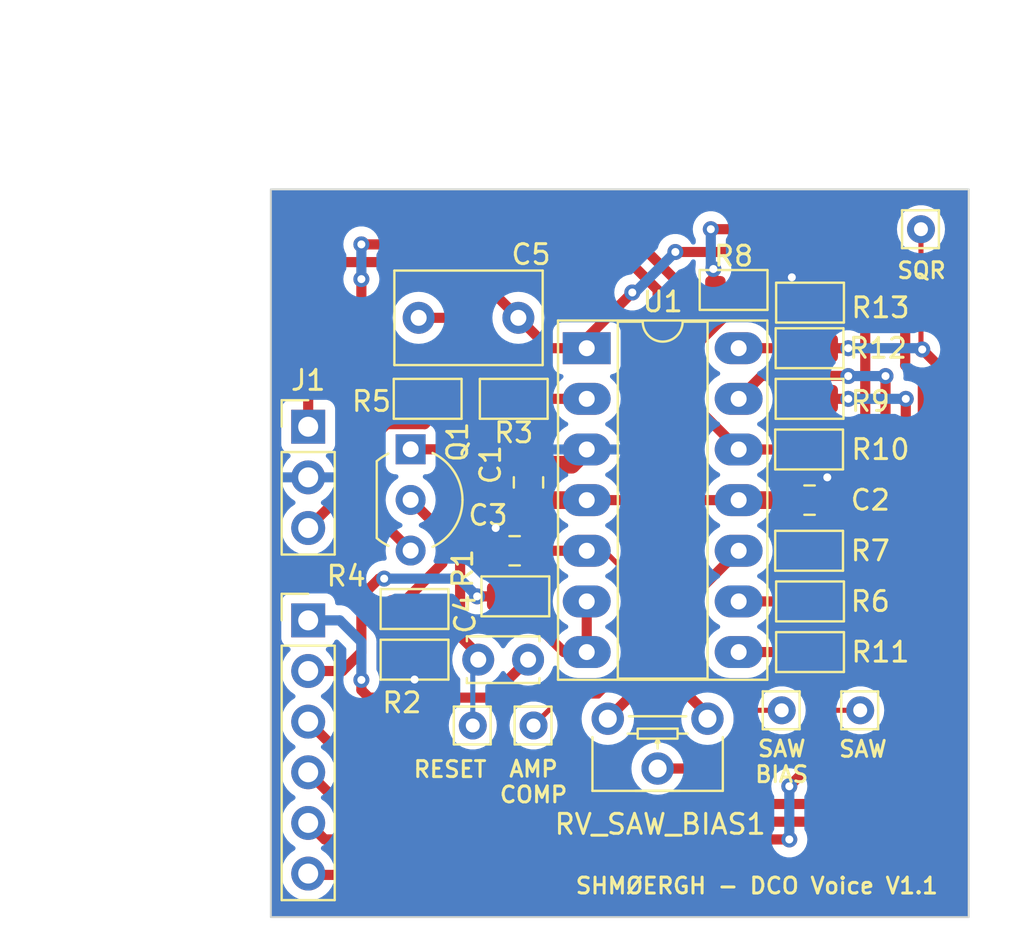
<source format=kicad_pcb>
(kicad_pcb (version 20221018) (generator pcbnew)
  (layers (0 "F.Cu" signal) (31 "B.Cu" signal) (34 "B.Paste" user) (35 "F.Paste" user) (36 "B.SilkS" user "B.Silkscreen") (37 "F.SilkS" user "F.Silkscreen") (38 "B.Mask" user) (39 "F.Mask" user) (44 "Edge.Cuts" user))
  (net 0 "")
  (net 1 "Net-(U1B-+)")
  (net 2 "GND")
  (net 3 "Net-(C4-Pad1)")
  (net 4 "RESET")
  (net 5 "Net-(U1C-+)")
  (net 6 "Net-(Q1-E)")
  (net 7 "+12V")
  (net 8 "-12V")
  (net 9 "SAW_OUT")
  (net 10 "SQR_OUT")
  (net 11 "PULSE_WIDTH")
  (net 12 "PWM")
  (net 13 "AMP")
  (net 14 "Net-(Q1-B)")
  (net 15 "Net-(Q1-C)")
  (net 16 "Net-(U1B--)")
  (net 17 "Net-(C5-Pad1)")
  (net 18 "Net-(U1D-+)")
  (net 19 "Net-(U1D--)")
  (net 20 "Net-(R12-Pad2)")
  (net 21 "Net-(U1C--)")
  (footprint "PCM_Resistor_SMD_AKL:R_0805_2012Metric" (layer "F.Cu") (at 151.9955 94.046)
    (fp_text reference "R10" (at 3.5795 0) (layer "F.SilkS"))
    (fp_text value "330k" hide)
    (fp_line (start -1.7 -1) (end -1.7 1) (stroke (width 0.12)) (layer "F.SilkS"))
    (fp_line (start -1.7 1) (end 1.7 1) (stroke (width 0.12)) (layer "F.SilkS"))
    (fp_line (start 1.7 -1) (end -1.7 -1) (stroke (width 0.12)) (layer "F.SilkS"))
    (fp_line (start 1.7 1) (end 1.7 -1) (stroke (width 0.12)) (layer "F.SilkS"))
    (pad "1" smd roundrect (at -0.9125 0) (size 1.025 1.4) (layers "F.Cu" "F.Paste" "F.Mask") (roundrect_rratio 0.243902439) (net 18 "Net-(U1D-+)"))
    (pad "2" smd roundrect (at 0.9125 0) (size 1.025 1.4) (layers "F.Cu" "F.Paste" "F.Mask") (roundrect_rratio 0.243902439) (net 2 "GND"))
  )
  (footprint "PCM_Potentiometer_THT_AKL:Potentiometer_ACP_CA6-H2,5_Horizontal" (layer "F.Cu") (at 146.899 107.548 -90)
    (fp_text reference "RV_SAW_BIAS1" (at 5.294 2.373) (layer "F.SilkS"))
    (fp_text value "10k fine" hide)
    (fp_line (start -0.121 1.066) (end -0.121 3.935) (stroke (width 0.12)) (layer "F.SilkS"))
    (fp_line (start -0.121 1.38) (end -0.121 3.62) (stroke (width 0.12)) (layer "F.SilkS"))
    (fp_line (start 0.75 1.5) (end 0.75 1) (stroke (width 0.12)) (layer "F.SilkS"))
    (fp_line (start 0.75 3.5) (end 0.75 4) (stroke (width 0.12)) (layer "F.SilkS"))
    (fp_line (start 0.925 -0.77) (end 3.62 -0.77) (stroke (width 0.12)) (layer "F.SilkS"))
    (fp_line (start 0.925 5.77) (end 3.62 5.77) (stroke (width 0.12)) (layer "F.SilkS"))
    (fp_line (start 1.5 2.5) (end 1 2.5) (stroke (width 0.12)) (layer "F.SilkS"))
    (fp_line (start 3.62 -0.77) (end 3.62 5.77) (stroke (width 0.12)) (layer "F.SilkS"))
    (fp_line (start 3.62 1.38) (end 3.62 3.62) (stroke (width 0.12)) (layer "F.SilkS"))
    (fp_rect (start 0.5 1.5) (end 1 3.5) (stroke (width 0.12)) (fill none) (layer "F.SilkS"))
    (fp_poly (pts (xy 1.2 2.6) (xy 1 2.5) (xy 1.2 2.4)) (stroke (width 0.12)) (fill solid) (layer "F.SilkS"))
    (pad "1" thru_hole circle (at 0 0 270) (size 1.62 1.62) (drill 0.9) (layers "*.Cu" "*.Mask") (net 8 "-12V"))
    (pad "2" thru_hole circle (at 2.5 2.5 270) (size 1.62 1.62) (drill 0.9) (layers "*.Cu" "*.Mask") (net 5 "Net-(U1C-+)"))
    (pad "3" thru_hole circle (at 0 5 270) (size 1.62 1.62) (drill 0.9) (layers "*.Cu" "*.Mask") (net 7 "+12V"))
  )
  (footprint "PCM_Package_TO_SOT_THT_AKL:TO-92L_Inline_Wide" (layer "F.Cu") (at 132.011 94.036 -90)
    (fp_text reference "Q1" (at -0.371 -2.355 90) (layer "F.SilkS"))
    (fp_text value "2N3906" hide)
    (fp_line (start 0.6 1.7) (end 4.45 1.7) (stroke (width 0.12)) (layer "F.SilkS"))
    (fp_arc (start 0.1836 -1.098807) (mid 1.143021 -2.192817) (end 2.54 -2.6) (stroke (width 0.12)) (layer "F.SilkS"))
    (fp_arc (start 0.6 1.7) (mid 0.389183 1.423933) (end 0.217369 1.122045) (stroke (width 0.12)) (layer "F.SilkS"))
    (fp_arc (start 2.54 -2.6) (mid 3.936979 -2.192818) (end 4.8964 -1.098807) (stroke (width 0.12)) (layer "F.SilkS"))
    (fp_arc (start 4.842383 1.112264) (mid 4.666594 1.419753) (end 4.45 1.7) (stroke (width 0.12)) (layer "F.SilkS"))
    (pad "1" thru_hole rect (at 0 0) (size 1.5 1.5) (drill 0.8) (layers "*.Cu" "*.Mask") (net 6 "Net-(Q1-E)"))
    (pad "2" thru_hole circle (at 2.54 0) (size 1.5 1.5) (drill 0.8) (layers "*.Cu" "*.Mask") (net 14 "Net-(Q1-B)"))
    (pad "3" thru_hole circle (at 5.08 0) (size 1.5 1.5) (drill 0.8) (layers "*.Cu" "*.Mask") (net 15 "Net-(Q1-C)"))
  )
  (footprint "Connector_Pin:Pin_D0.7mm_L6.5mm_W1.8mm_FlatFork" (layer "F.Cu") (at 154.559 107.127)
    (fp_text reference "TP_SAW_OUT1" hide)
    (fp_text value "TestPoint")
    (fp_line (start -0.95 -0.95) (end -0.95 0.95) (stroke (width 0.12)) (layer "F.SilkS"))
    (fp_line (start -0.95 0.95) (end 0.9 0.95) (stroke (width 0.12)) (layer "F.SilkS"))
    (fp_line (start 0.9 -0.95) (end -0.95 -0.95) (stroke (width 0.12)) (layer "F.SilkS"))
    (fp_line (start 0.9 -0.9) (end 0.9 -0.95) (stroke (width 0.12)) (layer "F.SilkS"))
    (fp_line (start 0.9 0.95) (end 0.9 -0.9) (stroke (width 0.12)) (layer "F.SilkS"))
    (pad "1" thru_hole circle (at 0 0) (size 1.4 1.4) (drill 0.7) (layers "*.Cu" "*.Mask") (net 9 "SAW_OUT"))
  )
  (footprint "PCM_Resistor_SMD_AKL:R_0805_2012Metric" (layer "F.Cu") (at 152.0425 101.666 180)
    (fp_text reference "R6" (at -3.0245 0) (layer "F.SilkS"))
    (fp_text value "100k" hide)
    (fp_line (start -1.7 -1) (end -1.7 1) (stroke (width 0.12)) (layer "F.SilkS"))
    (fp_line (start -1.7 1) (end 1.7 1) (stroke (width 0.12)) (layer "F.SilkS"))
    (fp_line (start 1.7 -1) (end -1.7 -1) (stroke (width 0.12)) (layer "F.SilkS"))
    (fp_line (start 1.7 1) (end 1.7 -1) (stroke (width 0.12)) (layer "F.SilkS"))
    (pad "1" smd roundrect (at -0.9125 0 180) (size 1.025 1.4) (layers "F.Cu" "F.Paste" "F.Mask") (roundrect_rratio 0.243902439) (net 17 "Net-(C5-Pad1)"))
    (pad "2" smd roundrect (at 0.9125 0 180) (size 1.025 1.4) (layers "F.Cu" "F.Paste" "F.Mask") (roundrect_rratio 0.243902439) (net 21 "Net-(U1C--)"))
  )
  (footprint "PCM_Resistor_SMD_AKL:R_0805_2012Metric" (layer "F.Cu") (at 152.0425 86.68 180)
    (fp_text reference "R13" (at -3.5325 -0.254) (layer "F.SilkS"))
    (fp_text value "10k" hide)
    (fp_line (start -1.7 -1) (end -1.7 1) (stroke (width 0.12)) (layer "F.SilkS"))
    (fp_line (start -1.7 1) (end 1.7 1) (stroke (width 0.12)) (layer "F.SilkS"))
    (fp_line (start 1.7 -1) (end -1.7 -1) (stroke (width 0.12)) (layer "F.SilkS"))
    (fp_line (start 1.7 1) (end 1.7 -1) (stroke (width 0.12)) (layer "F.SilkS"))
    (pad "1" smd roundrect (at -0.9125 0 180) (size 1.025 1.4) (layers "F.Cu" "F.Paste" "F.Mask") (roundrect_rratio 0.243902439) (net 10 "SQR_OUT"))
    (pad "2" smd roundrect (at 0.9125 0 180) (size 1.025 1.4) (layers "F.Cu" "F.Paste" "F.Mask") (roundrect_rratio 0.243902439) (net 2 "GND"))
  )
  (footprint "Capacitor_SMD:C_0805_2012Metric" (layer "F.Cu") (at 152.019 96.586 180)
    (fp_text reference "C2" (at -3.048 0) (layer "F.SilkS"))
    (fp_text value "100n")
    (fp_line (start -0.261252 -0.735) (end 0.261252 -0.735) (stroke (width 0.12)) (layer "F.SilkS"))
    (fp_line (start -0.261252 0.735) (end 0.261252 0.735) (stroke (width 0.12)) (layer "F.SilkS"))
    (pad "1" smd roundrect (at -0.95 0 180) (size 1 1.45) (layers "F.Cu" "F.Paste" "F.Mask") (net 2 "GND"))
    (pad "2" smd roundrect (at 0.95 0 180) (size 1 1.45) (layers "F.Cu" "F.Paste" "F.Mask") (net 8 "-12V"))
  )
  (footprint "PCM_Resistor_SMD_AKL:R_0805_2012Metric" (layer "F.Cu") (at 152.019 88.966 180)
    (fp_text reference "R12" (at -3.429 0) (layer "F.SilkS"))
    (fp_text value "15k" hide)
    (fp_line (start -1.7 -1) (end -1.7 1) (stroke (width 0.12)) (layer "F.SilkS"))
    (fp_line (start -1.7 1) (end 1.7 1) (stroke (width 0.12)) (layer "F.SilkS"))
    (fp_line (start 1.7 -1) (end -1.7 -1) (stroke (width 0.12)) (layer "F.SilkS"))
    (fp_line (start 1.7 1) (end 1.7 -1) (stroke (width 0.12)) (layer "F.SilkS"))
    (pad "1" smd roundrect (at -0.9125 0 180) (size 1.025 1.4) (layers "F.Cu" "F.Paste" "F.Mask") (roundrect_rratio 0.243902439) (net 10 "SQR_OUT"))
    (pad "2" smd roundrect (at 0.9125 0 180) (size 1.025 1.4) (layers "F.Cu" "F.Paste" "F.Mask") (roundrect_rratio 0.243902439) (net 20 "Net-(R12-Pad2)"))
  )
  (footprint "Capacitor_THT:C_Disc_D3.4mm_W2.1mm_P2.50mm" (layer "F.Cu") (at 135.402 104.587)
    (fp_text reference "C4" (at -0.655 -2.286 -90) (layer "F.SilkS"))
    (fp_text value "560")
    (fp_line (start -0.57 -1.17) (end -0.57 -0.925) (stroke (width 0.12)) (layer "F.SilkS"))
    (fp_line (start -0.57 -1.17) (end 3.07 -1.17) (stroke (width 0.12)) (layer "F.SilkS"))
    (fp_line (start -0.57 0.925) (end -0.57 1.17) (stroke (width 0.12)) (layer "F.SilkS"))
    (fp_line (start -0.57 1.17) (end 3.07 1.17) (stroke (width 0.12)) (layer "F.SilkS"))
    (fp_line (start 3.07 -1.17) (end 3.07 -0.925) (stroke (width 0.12)) (layer "F.SilkS"))
    (fp_line (start 3.07 0.925) (end 3.07 1.17) (stroke (width 0.12)) (layer "F.SilkS"))
    (pad "1" thru_hole circle (at 0 0) (size 1.6 1.6) (drill 0.8) (layers "*.Cu" "*.Mask") (net 3 "Net-(C4-Pad1)"))
    (pad "2" thru_hole circle (at 2.5 0) (size 1.6 1.6) (drill 0.8) (layers "*.Cu" "*.Mask") (net 4 "RESET"))
  )
  (footprint "Connector_Pin:Pin_D0.7mm_L6.5mm_W1.8mm_FlatFork" (layer "F.Cu") (at 135.128 107.889)
    (fp_text reference "TP_RESET1" hide)
    (fp_text value "TestPoint")
    (fp_line (start -0.95 -0.95) (end -0.95 0.95) (stroke (width 0.12)) (layer "F.SilkS"))
    (fp_line (start -0.95 0.95) (end 0.9 0.95) (stroke (width 0.12)) (layer "F.SilkS"))
    (fp_line (start 0.9 -0.95) (end -0.95 -0.95) (stroke (width 0.12)) (layer "F.SilkS"))
    (fp_line (start 0.9 -0.9) (end 0.9 -0.95) (stroke (width 0.12)) (layer "F.SilkS"))
    (fp_line (start 0.9 0.95) (end 0.9 -0.9) (stroke (width 0.12)) (layer "F.SilkS"))
    (pad "1" thru_hole circle (at 0 0) (size 1.4 1.4) (drill 0.7) (layers "*.Cu" "*.Mask") (net 3 "Net-(C4-Pad1)"))
  )
  (footprint "Capacitor_SMD:C_0805_2012Metric" (layer "F.Cu") (at 137.226 99.126 180)
    (fp_text reference "C3" (at 1.336 1.778) (layer "F.SilkS"))
    (fp_text value "100n")
    (fp_line (start -0.261252 -0.735) (end 0.261252 -0.735) (stroke (width 0.12)) (layer "F.SilkS"))
    (fp_line (start -0.261252 0.735) (end 0.261252 0.735) (stroke (width 0.12)) (layer "F.SilkS"))
    (pad "1" smd roundrect (at -0.95 0 180) (size 1 1.45) (layers "F.Cu" "F.Paste" "F.Mask") (net 1 "Net-(U1B-+)"))
    (pad "2" smd roundrect (at 0.95 0 180) (size 1 1.45) (layers "F.Cu" "F.Paste" "F.Mask") (net 2 "GND"))
  )
  (footprint "PCM_Resistor_SMD_AKL:R_0805_2012Metric" (layer "F.Cu") (at 137.1835 91.506 180)
    (fp_text reference "R3" (at 0 -1.7) (layer "F.SilkS"))
    (fp_text value "200k" hide)
    (fp_line (start -1.7 -1) (end -1.7 1) (stroke (width 0.12)) (layer "F.SilkS"))
    (fp_line (start -1.7 1) (end 1.7 1) (stroke (width 0.12)) (layer "F.SilkS"))
    (fp_line (start 1.7 -1) (end -1.7 -1) (stroke (width 0.12)) (layer "F.SilkS"))
    (fp_line (start 1.7 1) (end 1.7 -1) (stroke (width 0.12)) (layer "F.SilkS"))
    (pad "1" smd roundrect (at -0.9125 0 180) (size 1.025 1.4) (layers "F.Cu" "F.Paste" "F.Mask") (roundrect_rratio 0.243902439) (net 6 "Net-(Q1-E)"))
    (pad "2" smd roundrect (at 0.9125 0 180) (size 1.025 1.4) (layers "F.Cu" "F.Paste" "F.Mask") (roundrect_rratio 0.243902439) (net 16 "Net-(U1B--)"))
  )
  (footprint "PCM_Resistor_SMD_AKL:R_0805_2012Metric" (layer "F.Cu") (at 137.2635 101.412 180)
    (fp_text reference "R1" (at 2.6435 1.397 90) (layer "F.SilkS"))
    (fp_text value "4.7k" hide)
    (fp_line (start -1.7 -1) (end -1.7 1) (stroke (width 0.12)) (layer "F.SilkS"))
    (fp_line (start -1.7 1) (end 1.7 1) (stroke (width 0.12)) (layer "F.SilkS"))
    (fp_line (start 1.7 -1) (end -1.7 -1) (stroke (width 0.12)) (layer "F.SilkS"))
    (fp_line (start 1.7 1) (end 1.7 -1) (stroke (width 0.12)) (layer "F.SilkS"))
    (pad "1" smd roundrect (at -0.9125 0 180) (size 1.025 1.4) (layers "F.Cu" "F.Paste" "F.Mask") (roundrect_rratio 0.243902439) (net 1 "Net-(U1B-+)"))
    (pad "2" smd roundrect (at 0.9125 0 180) (size 1.025 1.4) (layers "F.Cu" "F.Paste" "F.Mask") (roundrect_rratio 0.243902439) (net 13 "AMP"))
  )
  (footprint "Capacitor_THT:C_Rect_L7.2mm_W4.5mm_P5.00mm_FKS2_FKP2_MKS2_MKP2" (layer "F.Cu") (at 137.414 87.442 180)
    (fp_text reference "C5" (at -0.635 3.175) (layer "F.SilkS"))
    (fp_text value "1n (foil)")
    (fp_line (start -1.22 -2.37) (end -1.22 2.37) (stroke (width 0.12)) (layer "F.SilkS"))
    (fp_line (start -1.22 -2.37) (end 6.22 -2.37) (stroke (width 0.12)) (layer "F.SilkS"))
    (fp_line (start -1.22 2.37) (end 6.22 2.37) (stroke (width 0.12)) (layer "F.SilkS"))
    (fp_line (start 6.22 -2.37) (end 6.22 2.37) (stroke (width 0.12)) (layer "F.SilkS"))
    (pad "1" thru_hole circle (at 0 0 180) (size 1.6 1.6) (drill 0.8) (layers "*.Cu" "*.Mask") (net 17 "Net-(C5-Pad1)"))
    (pad "2" thru_hole circle (at 5 0 180) (size 1.6 1.6) (drill 0.8) (layers "*.Cu" "*.Mask") (net 6 "Net-(Q1-E)"))
  )
  (footprint "PCM_Resistor_SMD_AKL:R_0805_2012Metric" (layer "F.Cu") (at 132.8655 91.506 180)
    (fp_text reference "R5" (at 2.8175 -0.127) (layer "F.SilkS"))
    (fp_text value "2.2k" hide)
    (fp_line (start -1.7 -1) (end -1.7 1) (stroke (width 0.12)) (layer "F.SilkS"))
    (fp_line (start -1.7 1) (end 1.7 1) (stroke (width 0.12)) (layer "F.SilkS"))
    (fp_line (start 1.7 -1) (end -1.7 -1) (stroke (width 0.12)) (layer "F.SilkS"))
    (fp_line (start 1.7 1) (end 1.7 -1) (stroke (width 0.12)) (layer "F.SilkS"))
    (pad "1" smd roundrect (at -0.9125 0 180) (size 1.025 1.4) (layers "F.Cu" "F.Paste" "F.Mask") (roundrect_rratio 0.243902439) (net 15 "Net-(Q1-C)"))
    (pad "2" smd roundrect (at 0.9125 0 180) (size 1.025 1.4) (layers "F.Cu" "F.Paste" "F.Mask") (roundrect_rratio 0.243902439) (net 17 "Net-(C5-Pad1)"))
  )
  (footprint "PCM_Resistor_SMD_AKL:R_0805_2012Metric" (layer "F.Cu") (at 132.207 104.587)
    (fp_text reference "R2" (at -0.635 2.159) (layer "F.SilkS"))
    (fp_text value "10k" hide)
    (fp_line (start -1.7 -1) (end -1.7 1) (stroke (width 0.12)) (layer "F.SilkS"))
    (fp_line (start -1.7 1) (end 1.7 1) (stroke (width 0.12)) (layer "F.SilkS"))
    (fp_line (start 1.7 -1) (end -1.7 -1) (stroke (width 0.12)) (layer "F.SilkS"))
    (fp_line (start 1.7 1) (end 1.7 -1) (stroke (width 0.12)) (layer "F.SilkS"))
    (pad "1" smd roundrect (at -0.9125 0) (size 1.025 1.4) (layers "F.Cu" "F.Paste" "F.Mask") (roundrect_rratio 0.243902439) (net 3 "Net-(C4-Pad1)"))
    (pad "2" smd roundrect (at 0.9125 0) (size 1.025 1.4) (layers "F.Cu" "F.Paste" "F.Mask") (roundrect_rratio 0.243902439) (net 2 "GND"))
  )
  (footprint "PCM_Resistor_SMD_AKL:R_0805_2012Metric" (layer "F.Cu") (at 148.209 86.045)
    (fp_text reference "R8" (at 0 -1.7) (layer "F.SilkS"))
    (fp_text value "470k" hide)
    (fp_line (start -1.7 -1) (end -1.7 1) (stroke (width 0.12)) (layer "F.SilkS"))
    (fp_line (start -1.7 1) (end 1.7 1) (stroke (width 0.12)) (layer "F.SilkS"))
    (fp_line (start 1.7 -1) (end -1.7 -1) (stroke (width 0.12)) (layer "F.SilkS"))
    (fp_line (start 1.7 1) (end 1.7 -1) (stroke (width 0.12)) (layer "F.SilkS"))
    (pad "1" smd roundrect (at -0.9125 0) (size 1.025 1.4) (layers "F.Cu" "F.Paste" "F.Mask") (roundrect_rratio 0.243902439) (net 12 "PWM"))
    (pad "2" smd roundrect (at 0.9125 0) (size 1.025 1.4) (layers "F.Cu" "F.Paste" "F.Mask") (roundrect_rratio 0.243902439) (net 18 "Net-(U1D-+)"))
  )
  (footprint "PCM_Resistor_SMD_AKL:R_0805_2012Metric" (layer "F.Cu") (at 151.9955 99.126)
    (fp_text reference "R7" (at 3.0715 0) (layer "F.SilkS"))
    (fp_text value "200k" hide)
    (fp_line (start -1.7 -1) (end -1.7 1) (stroke (width 0.12)) (layer "F.SilkS"))
    (fp_line (start -1.7 1) (end 1.7 1) (stroke (width 0.12)) (layer "F.SilkS"))
    (fp_line (start 1.7 -1) (end -1.7 -1) (stroke (width 0.12)) (layer "F.SilkS"))
    (fp_line (start 1.7 1) (end 1.7 -1) (stroke (width 0.12)) (layer "F.SilkS"))
    (pad "1" smd roundrect (at -0.9125 0) (size 1.025 1.4) (layers "F.Cu" "F.Paste" "F.Mask") (roundrect_rratio 0.243902439) (net 21 "Net-(U1C--)"))
    (pad "2" smd roundrect (at 0.9125 0) (size 1.025 1.4) (layers "F.Cu" "F.Paste" "F.Mask") (roundrect_rratio 0.243902439) (net 9 "SAW_OUT"))
  )
  (footprint "Connector_Pin:Pin_D0.7mm_L6.5mm_W1.8mm_FlatFork" (layer "F.Cu") (at 150.622 107.127)
    (fp_text reference "TP_SAW_BIAS1" hide)
    (fp_text value "TestPoint")
    (fp_line (start -0.95 -0.95) (end -0.95 0.95) (stroke (width 0.12)) (layer "F.SilkS"))
    (fp_line (start -0.95 0.95) (end 0.9 0.95) (stroke (width 0.12)) (layer "F.SilkS"))
    (fp_line (start 0.9 -0.95) (end -0.95 -0.95) (stroke (width 0.12)) (layer "F.SilkS"))
    (fp_line (start 0.9 -0.9) (end 0.9 -0.95) (stroke (width 0.12)) (layer "F.SilkS"))
    (fp_line (start 0.9 0.95) (end 0.9 -0.9) (stroke (width 0.12)) (layer "F.SilkS"))
    (pad "1" thru_hole circle (at 0 0) (size 1.4 1.4) (drill 0.7) (layers "*.Cu" "*.Mask") (net 5 "Net-(U1C-+)"))
  )
  (footprint "Package_DIP:DIP-14_W7.62mm_Socket_LongPads" (layer "F.Cu") (at 140.843 88.966)
    (fp_text reference "U1" (at 3.81 -2.33) (layer "F.SilkS"))
    (fp_text value "TL074")
    (fp_line (start -1.44 -1.39) (end -1.44 16.63) (stroke (width 0.12)) (layer "F.SilkS"))
    (fp_line (start -1.44 16.63) (end 9.06 16.63) (stroke (width 0.12)) (layer "F.SilkS"))
    (fp_line (start 1.56 -1.33) (end 1.56 16.57) (stroke (width 0.12)) (layer "F.SilkS"))
    (fp_line (start 1.56 16.57) (end 6.06 16.57) (stroke (width 0.12)) (layer "F.SilkS"))
    (fp_line (start 2.81 -1.33) (end 1.56 -1.33) (stroke (width 0.12)) (layer "F.SilkS"))
    (fp_line (start 6.06 -1.33) (end 4.81 -1.33) (stroke (width 0.12)) (layer "F.SilkS"))
    (fp_line (start 6.06 16.57) (end 6.06 -1.33) (stroke (width 0.12)) (layer "F.SilkS"))
    (fp_line (start 9.06 -1.39) (end -1.44 -1.39) (stroke (width 0.12)) (layer "F.SilkS"))
    (fp_line (start 9.06 16.63) (end 9.06 -1.39) (stroke (width 0.12)) (layer "F.SilkS"))
    (fp_arc (start 4.81 -1.33) (mid 3.81 -0.33) (end 2.81 -1.33) (stroke (width 0.12)) (layer "F.SilkS"))
    (pad "1" thru_hole rect (at 0 0) (size 2.4 1.6) (drill 0.8) (layers "*.Cu" "*.Mask") (net 17 "Net-(C5-Pad1)"))
    (pad "2" thru_hole oval (at 0 2.54) (size 2.4 1.6) (drill 0.8) (layers "*.Cu" "*.Mask") (net 6 "Net-(Q1-E)"))
    (pad "3" thru_hole oval (at 0 5.08) (size 2.4 1.6) (drill 0.8) (layers "*.Cu" "*.Mask") (net 2 "GND"))
    (pad "4" thru_hole oval (at 0 7.62) (size 2.4 1.6) (drill 0.8) (layers "*.Cu" "*.Mask") (net 7 "+12V"))
    (pad "5" thru_hole oval (at 0 10.16) (size 2.4 1.6) (drill 0.8) (layers "*.Cu" "*.Mask") (net 1 "Net-(U1B-+)"))
    (pad "6" thru_hole oval (at 0 12.7) (size 2.4 1.6) (drill 0.8) (layers "*.Cu" "*.Mask") (net 16 "Net-(U1B--)"))
    (pad "7" thru_hole oval (at 0 15.24) (size 2.4 1.6) (drill 0.8) (layers "*.Cu" "*.Mask") (net 16 "Net-(U1B--)"))
    (pad "8" thru_hole oval (at 7.62 15.24) (size 2.4 1.6) (drill 0.8) (layers "*.Cu" "*.Mask") (net 9 "SAW_OUT"))
    (pad "9" thru_hole oval (at 7.62 12.7) (size 2.4 1.6) (drill 0.8) (layers "*.Cu" "*.Mask") (net 21 "Net-(U1C--)"))
    (pad "10" thru_hole oval (at 7.62 10.16) (size 2.4 1.6) (drill 0.8) (layers "*.Cu" "*.Mask") (net 5 "Net-(U1C-+)"))
    (pad "11" thru_hole oval (at 7.62 7.62) (size 2.4 1.6) (drill 0.8) (layers "*.Cu" "*.Mask") (net 8 "-12V"))
    (pad "12" thru_hole oval (at 7.62 5.08) (size 2.4 1.6) (drill 0.8) (layers "*.Cu" "*.Mask") (net 18 "Net-(U1D-+)"))
    (pad "13" thru_hole oval (at 7.62 2.54) (size 2.4 1.6) (drill 0.8) (layers "*.Cu" "*.Mask") (net 19 "Net-(U1D--)"))
    (pad "14" thru_hole oval (at 7.62 0) (size 2.4 1.6) (drill 0.8) (layers "*.Cu" "*.Mask") (net 20 "Net-(R12-Pad2)"))
  )
  (footprint "PCM_Resistor_SMD_AKL:R_0805_2012Metric" (layer "F.Cu") (at 132.207 102.047)
    (fp_text reference "R4" (at -3.429 -1.651) (layer "F.SilkS"))
    (fp_text value "1k" hide)
    (fp_line (start -1.7 -1) (end -1.7 1) (stroke (width 0.12)) (layer "F.SilkS"))
    (fp_line (start -1.7 1) (end 1.7 1) (stroke (width 0.12)) (layer "F.SilkS"))
    (fp_line (start 1.7 -1) (end -1.7 -1) (stroke (width 0.12)) (layer "F.SilkS"))
    (fp_line (start 1.7 1) (end 1.7 -1) (stroke (width 0.12)) (layer "F.SilkS"))
    (pad "1" smd roundrect (at -0.9125 0) (size 1.025 1.4) (layers "F.Cu" "F.Paste" "F.Mask") (roundrect_rratio 0.243902439) (net 14 "Net-(Q1-B)"))
    (pad "2" smd roundrect (at 0.9125 0) (size 1.025 1.4) (layers "F.Cu" "F.Paste" "F.Mask") (roundrect_rratio 0.243902439) (net 3 "Net-(C4-Pad1)"))
  )
  (footprint "Connector_Pin:Pin_D0.7mm_L6.5mm_W1.8mm_FlatFork" (layer "F.Cu") (at 157.607 82.997)
    (fp_text reference "TP_SQR_OUT1" hide)
    (fp_text value "TestPoint")
    (fp_line (start -0.95 -0.95) (end -0.95 0.95) (stroke (width 0.12)) (layer "F.SilkS"))
    (fp_line (start -0.95 0.95) (end 0.9 0.95) (stroke (width 0.12)) (layer "F.SilkS"))
    (fp_line (start 0.9 -0.95) (end -0.95 -0.95) (stroke (width 0.12)) (layer "F.SilkS"))
    (fp_line (start 0.9 -0.9) (end 0.9 -0.95) (stroke (width 0.12)) (layer "F.SilkS"))
    (fp_line (start 0.9 0.95) (end 0.9 -0.9) (stroke (width 0.12)) (layer "F.SilkS"))
    (pad "1" thru_hole circle (at 0 0) (size 1.4 1.4) (drill 0.7) (layers "*.Cu" "*.Mask") (net 10 "SQR_OUT"))
  )
  (footprint "Connector_PinHeader_2.54mm:PinHeader_1x06_P2.54mm_Vertical" (layer "F.Cu") (at 126.873 102.616)
    (fp_text reference "J_VOICE_INTERFACE_1" hide)
    (fp_text value "Conn_01x06")
    (fp_line (start -1.33 -1.33) (end 0 -1.33) (stroke (width 0.12)) (layer "F.SilkS"))
    (fp_line (start -1.33 0) (end -1.33 -1.33) (stroke (width 0.12)) (layer "F.SilkS"))
    (fp_line (start -1.33 1.27) (end -1.33 14.03) (stroke (width 0.12)) (layer "F.SilkS"))
    (fp_line (start -1.33 1.27) (end 1.33 1.27) (stroke (width 0.12)) (layer "F.SilkS"))
    (fp_line (start -1.33 14.03) (end 1.33 14.03) (stroke (width 0.12)) (layer "F.SilkS"))
    (fp_line (start 1.33 1.27) (end 1.33 14.03) (stroke (width 0.12)) (layer "F.SilkS"))
    (pad "1" thru_hole rect (at 0 0) (size 1.7 1.7) (drill 1) (layers "*.Cu" "*.Mask") (net 4 "RESET"))
    (pad "2" thru_hole oval (at 0 2.54) (size 1.7 1.7) (drill 1) (layers "*.Cu" "*.Mask") (net 13 "AMP"))
    (pad "3" thru_hole oval (at 0 5.08) (size 1.7 1.7) (drill 1) (layers "*.Cu" "*.Mask") (net 11 "PULSE_WIDTH"))
    (pad "4" thru_hole oval (at 0 7.62) (size 1.7 1.7) (drill 1) (layers "*.Cu" "*.Mask") (net 12 "PWM"))
    (pad "5" thru_hole oval (at 0 10.16) (size 1.7 1.7) (drill 1) (layers "*.Cu" "*.Mask") (net 9 "SAW_OUT"))
    (pad "6" thru_hole oval (at 0 12.7) (size 1.7 1.7) (drill 1) (layers "*.Cu" "*.Mask") (net 10 "SQR_OUT"))
  )
  (footprint "Capacitor_SMD:C_0805_2012Metric" (layer "F.Cu") (at 137.922 95.697 90)
    (fp_text reference "C1" (at 0.889 -1.905 90) (layer "F.SilkS"))
    (fp_text value "100n")
    (fp_line (start -0.261252 -0.735) (end 0.261252 -0.735) (stroke (width 0.12)) (layer "F.SilkS"))
    (fp_line (start -0.261252 0.735) (end 0.261252 0.735) (stroke (width 0.12)) (layer "F.SilkS"))
    (pad "1" smd roundrect (at -0.95 0 90) (size 1 1.45) (layers "F.Cu" "F.Paste" "F.Mask") (net 7 "+12V"))
    (pad "2" smd roundrect (at 0.95 0 90) (size 1 1.45) (layers "F.Cu" "F.Paste" "F.Mask") (net 2 "GND"))
  )
  (footprint "PCM_Resistor_SMD_AKL:R_0805_2012Metric" (layer "F.Cu") (at 152.019 91.506 180)
    (fp_text reference "R9" (at -3.048 -0.127) (layer "F.SilkS"))
    (fp_text value "470k" hide)
    (fp_line (start -1.7 -1) (end -1.7 1) (stroke (width 0.12)) (layer "F.SilkS"))
    (fp_line (start -1.7 1) (end 1.7 1) (stroke (width 0.12)) (layer "F.SilkS"))
    (fp_line (start 1.7 -1) (end -1.7 -1) (stroke (width 0.12)) (layer "F.SilkS"))
    (fp_line (start 1.7 1) (end 1.7 -1) (stroke (width 0.12)) (layer "F.SilkS"))
    (pad "1" smd roundrect (at -0.9125 0 180) (size 1.025 1.4) (layers "F.Cu" "F.Paste" "F.Mask") (roundrect_rratio 0.243902439) (net 11 "PULSE_WIDTH"))
    (pad "2" smd roundrect (at 0.9125 0 180) (size 1.025 1.4) (layers "F.Cu" "F.Paste" "F.Mask") (roundrect_rratio 0.243902439) (net 18 "Net-(U1D-+)"))
  )
  (footprint "PCM_Resistor_SMD_AKL:R_0805_2012Metric" (layer "F.Cu") (at 152.0425 104.206 180)
    (fp_text reference "R11" (at -3.5325 0) (layer "F.SilkS"))
    (fp_text value "100k" hide)
    (fp_line (start -1.7 -1) (end -1.7 1) (stroke (width 0.12)) (layer "F.SilkS"))
    (fp_line (start -1.7 1) (end 1.7 1) (stroke (width 0.12)) (layer "F.SilkS"))
    (fp_line (start 1.7 -1) (end -1.7 -1) (stroke (width 0.12)) (layer "F.SilkS"))
    (fp_line (start 1.7 1) (end 1.7 -1) (stroke (width 0.12)) (layer "F.SilkS"))
    (pad "1" smd roundrect (at -0.9125 0 180) (size 1.025 1.4) (layers "F.Cu" "F.Paste" "F.Mask") (roundrect_rratio 0.243902439) (net 19 "Net-(U1D--)"))
    (pad "2" smd roundrect (at 0.9125 0 180) (size 1.025 1.4) (layers "F.Cu" "F.Paste" "F.Mask") (roundrect_rratio 0.243902439) (net 9 "SAW_OUT"))
  )
  (footprint "Connector_PinHeader_2.54mm:PinHeader_1x03_P2.54mm_Vertical" (layer "F.Cu") (at 126.873 92.904036)
    (fp_text reference "J1" (at 0 -2.33) (layer "F.SilkS"))
    (fp_text value "Power")
    (fp_line (start -1.33 -1.33) (end 0 -1.33) (stroke (width 0.12)) (layer "F.SilkS"))
    (fp_line (start -1.33 0) (end -1.33 -1.33) (stroke (width 0.12)) (layer "F.SilkS"))
    (fp_line (start -1.33 1.27) (end -1.33 6.41) (stroke (width 0.12)) (layer "F.SilkS"))
    (fp_line (start -1.33 1.27) (end 1.33 1.27) (stroke (width 0.12)) (layer "F.SilkS"))
    (fp_line (start -1.33 6.41) (end 1.33 6.41) (stroke (width 0.12)) (layer "F.SilkS"))
    (fp_line (start 1.33 1.27) (end 1.33 6.41) (stroke (width 0.12)) (layer "F.SilkS"))
    (pad "1" thru_hole rect (at 0 0) (size 1.7 1.7) (drill 1) (layers "*.Cu" "*.Mask") (net 7 "+12V"))
    (pad "2" thru_hole oval (at 0 2.54) (size 1.7 1.7) (drill 1) (layers "*.Cu" "*.Mask") (net 2 "GND"))
    (pad "3" thru_hole oval (at 0 5.08) (size 1.7 1.7) (drill 1) (layers "*.Cu" "*.Mask") (net 8 "-12V"))
  )
  (footprint "Connector_Pin:Pin_D0.7mm_L6.5mm_W1.8mm_FlatFork" (layer "F.Cu") (at 138.176 107.889)
    (fp_text reference "TP_AMP_COMP1" hide)
    (fp_text value "TestPoint")
    (fp_line (start -0.95 -0.95) (end -0.95 0.95) (stroke (width 0.12)) (layer "F.SilkS"))
    (fp_line (start -0.95 0.95) (end 0.9 0.95) (stroke (width 0.12)) (layer "F.SilkS"))
    (fp_line (start 0.9 -0.95) (end -0.95 -0.95) (stroke (width 0.12)) (layer "F.SilkS"))
    (fp_line (start 0.9 -0.9) (end 0.9 -0.95) (stroke (width 0.12)) (layer "F.SilkS"))
    (fp_line (start 0.9 0.95) (end 0.9 -0.9) (stroke (width 0.12)) (layer "F.SilkS"))
    (pad "1" thru_hole circle (at 0 0) (size 1.4 1.4) (drill 0.7) (layers "*.Cu" "*.Mask") (net 1 "Net-(U1B-+)"))
  )
  (gr_rect (start 125 81) (end 160 117.5) (stroke (width 0.1)) (fill none) (layer "Edge.Cuts"))
  (gr_text "SAW\nBIAS" (at 150.622 110.81) (layer "F.SilkS") (effects (font (size 0.8 0.8)) (justify bottom)))
  (gr_text "RESET" (at 132.08 110.556) (layer "F.SilkS") (effects (font (size 0.8 0.8)) (justify left bottom)))
  (gr_text "SHMØERGH - DCO Voice V1.1" (at 140.208 116.398) (layer "F.SilkS") (effects (font (size 0.8 0.8) (thickness 0.15) bold) (justify left bottom)))
  (gr_text "SQR" (at 156.337 85.537) (layer "F.SilkS") (effects (font (size 0.8 0.8)) (justify left bottom)))
  (gr_text "SAW" (at 153.416 109.54) (layer "F.SilkS") (effects (font (size 0.8 0.8)) (justify left bottom)))
  (gr_text "AMP\nCOMP" (at 138.176 111.826) (layer "F.SilkS") (effects (font (size 0.8 0.8)) (justify bottom)))
  (segment (start 139.654 106.411) (end 141.432 106.411) (width 0.254) (layer "F.Cu") (net 1))
  (segment (start 138.176 101.412) (end 138.176 99.126) (width 0.508) (layer "F.Cu") (net 1))
  (segment (start 141.732 99.126) (end 140.843 99.126) (width 0.254) (layer "F.Cu") (net 1))
  (segment (start 143.256 104.587) (end 143.256 100.65) (width 0.254) (layer "F.Cu") (net 1))
  (segment (start 140.843 99.126) (end 138.176 99.126) (width 0.508) (layer "F.Cu") (net 1))
  (segment (start 143.256 100.65) (end 141.732 99.126) (width 0.254) (layer "F.Cu") (net 1))
  (segment (start 141.432 106.411) (end 143.256 104.587) (width 0.254) (layer "F.Cu") (net 1))
  (segment (start 138.176 107.889) (end 139.654 106.411) (width 0.254) (layer "F.Cu") (net 1))
  (segment (start 151.13 86.68) (end 151.13 85.41) (width 0.508) (layer "F.Cu") (net 2))
  (segment (start 137.983 94.808) (end 137.922 94.747) (width 0.889) (layer "F.Cu") (net 2))
  (segment (start 136.276 97.983) (end 136.276 99.126) (width 0.508) (layer "F.Cu") (net 2))
  (segment (start 133.1195 104.587) (end 133.1195 104.671322) (width 0.508) (layer "F.Cu") (net 2))
  (segment (start 140.843 94.046) (end 140.081 94.808) (width 0.889) (layer "F.Cu") (net 2))
  (segment (start 152.969 95.504) (end 152.969 96.586) (width 0.889) (layer "F.Cu") (net 2))
  (segment (start 152.908 95.443) (end 152.908 94.046) (width 0.508) (layer "F.Cu") (net 2))
  (segment (start 152.908 95.443) (end 152.969 95.504) (width 0.889) (layer "F.Cu") (net 2))
  (segment (start 140.081 94.808) (end 137.983 94.808) (width 0.889) (layer "F.Cu") (net 2))
  (segment (start 133.1195 104.671322) (end 132.207663 105.583159) (width 0.508) (layer "F.Cu") (net 2))
  (via (at 151.13 85.41) (size 0.8) (drill 0.4) (layers "F.Cu" "B.Cu") (net 2))
  (via (at 136.276 97.983) (size 0.8) (drill 0.4) (layers "F.Cu" "B.Cu") (net 2))
  (via (at 132.207663 105.583159) (size 0.8) (drill 0.4) (layers "F.Cu" "B.Cu") (net 2))
  (via (at 152.908 95.443) (size 0.8) (drill 0.4) (layers "F.Cu" "B.Cu") (net 2))
  (segment (start 131.2945 104.587) (end 131.2945 103.872) (width 0.508) (layer "F.Cu") (net 3))
  (segment (start 135.402 104.3295) (end 133.1195 102.047) (width 0.508) (layer "F.Cu") (net 3))
  (segment (start 131.2945 103.872) (end 133.1195 102.047) (width 0.508) (layer "F.Cu") (net 3))
  (segment (start 135.402 104.587) (end 135.402 104.3295) (width 0.508) (layer "F.Cu") (net 3))
  (segment (start 135.128 107.889) (end 135.128 104.861) (width 0.254) (layer "B.Cu") (net 3))
  (segment (start 135.128 104.861) (end 135.402 104.587) (width 0.254) (layer "B.Cu") (net 3))
  (segment (start 129.921 106.492) (end 129.54 106.111) (width 0.508) (layer "F.Cu") (net 4))
  (segment (start 129.54 106.111) (end 129.54 105.603) (width 0.508) (layer "F.Cu") (net 4))
  (segment (start 135.997 106.492) (end 129.921 106.492) (width 0.508) (layer "F.Cu") (net 4))
  (segment (start 137.902 104.587) (end 135.997 106.492) (width 0.508) (layer "F.Cu") (net 4))
  (via (at 129.54 105.603) (size 0.8) (drill 0.4) (layers "F.Cu" "B.Cu") (net 4))
  (segment (start 129.54 105.603) (end 129.54 103.698) (width 0.508) (layer "B.Cu") (net 4))
  (segment (start 128.458 102.616) (end 126.873 102.616) (width 0.508) (layer "B.Cu") (net 4))
  (segment (start 129.54 103.698) (end 128.458 102.616) (width 0.508) (layer "B.Cu") (net 4))
  (segment (start 150.622 107.127) (end 148.59 107.127) (width 0.254) (layer "F.Cu") (net 5))
  (segment (start 148.59 107.127) (end 148.463 107.254) (width 0.254) (layer "F.Cu") (net 5))
  (segment (start 146.431 101.158) (end 146.431 104.841) (width 0.508) (layer "F.Cu") (net 5))
  (segment (start 148.463 106.873) (end 148.463 107.254) (width 0.508) (layer "F.Cu") (net 5))
  (segment (start 148.463 99.126) (end 146.431 101.158) (width 0.508) (layer "F.Cu") (net 5))
  (segment (start 146.431 104.841) (end 148.463 106.873) (width 0.508) (layer "F.Cu") (net 5))
  (segment (start 147.701 110.048) (end 144.399 110.048) (width 0.508) (layer "F.Cu") (net 5))
  (segment (start 148.463 109.286) (end 147.701 110.048) (width 0.508) (layer "F.Cu") (net 5))
  (segment (start 148.463 107.254) (end 148.463 109.286) (width 0.508) (layer "F.Cu") (net 5))
  (segment (start 133.36 94.036) (end 135.001 92.395) (width 0.508) (layer "F.Cu") (net 6))
  (segment (start 134.032 87.442) (end 132.414 87.442) (width 0.508) (layer "F.Cu") (net 6))
  (segment (start 132.011 94.036) (end 133.36 94.036) (width 0.508) (layer "F.Cu") (net 6))
  (segment (start 140.843 91.506) (end 138.096 91.506) (width 0.508) (layer "F.Cu") (net 6))
  (segment (start 135.001 90.109) (end 135.85 89.26) (width 0.508) (layer "F.Cu") (net 6))
  (segment (start 135.85 89.26) (end 134.032 87.442) (width 0.508) (layer "F.Cu") (net 6))
  (segment (start 135.001 92.395) (end 135.001 90.109) (width 0.508) (layer "F.Cu") (net 6))
  (segment (start 138.096 91.506) (end 135.85 89.26) (width 0.508) (layer "F.Cu") (net 6))
  (segment (start 143.002 84.648) (end 144.399 86.045) (width 0.508) (layer "F.Cu") (net 7))
  (segment (start 140.843 96.586) (end 144.399 96.586) (width 0.508) (layer "F.Cu") (net 7))
  (segment (start 137.983 96.586) (end 137.922 96.647) (width 0.889) (layer "F.Cu") (net 7))
  (segment (start 140.843 96.586) (end 137.983 96.586) (width 0.889) (layer "F.Cu") (net 7))
  (segment (start 144.399 86.045) (end 144.399 105.048) (width 0.508) (layer "F.Cu") (net 7))
  (segment (start 126.873 85.791) (end 128.016 84.648) (width 0.508) (layer "F.Cu") (net 7))
  (segment (start 126.873 92.904036) (end 126.873 85.791) (width 0.508) (layer "F.Cu") (net 7))
  (segment (start 144.399 105.048) (end 141.899 107.548) (width 0.508) (layer "F.Cu") (net 7))
  (segment (start 128.016 84.648) (end 143.002 84.648) (width 0.508) (layer "F.Cu") (net 7))
  (segment (start 148.463 96.586) (end 151.069 96.586) (width 0.889) (layer "F.Cu") (net 8))
  (segment (start 146.899 107.548) (end 146.899 107.341) (width 0.508) (layer "F.Cu") (net 8))
  (segment (start 143.51 83.759) (end 145.415 85.664) (width 0.508) (layer "F.Cu") (net 8))
  (segment (start 129.54 95.317036) (end 126.873 97.984036) (width 0.508) (layer "F.Cu") (net 8))
  (segment (start 145.415 85.664) (end 145.415 96.586) (width 0.508) (layer "F.Cu") (net 8))
  (segment (start 129.54 83.759) (end 143.51 83.759) (width 0.508) (layer "F.Cu") (net 8))
  (segment (start 146.899 107.341) (end 145.415 105.857) (width 0.508) (layer "F.Cu") (net 8))
  (segment (start 129.54 85.5015) (end 129.54 95.317036) (width 0.508) (layer "F.Cu") (net 8))
  (segment (start 145.415 105.857) (end 145.415 96.586) (width 0.508) (layer "F.Cu") (net 8))
  (segment (start 148.463 96.586) (end 145.415 96.586) (width 0.508) (layer "F.Cu") (net 8))
  (via (at 129.54 85.5015) (size 0.8) (drill 0.4) (layers "F.Cu" "B.Cu") (net 8))
  (via (at 129.54 83.759) (size 0.8) (drill 0.4) (layers "F.Cu" "B.Cu") (net 8))
  (segment (start 129.54 83.759) (end 129.54 85.5015) (width 0.508) (layer "B.Cu") (net 8))
  (segment (start 152.527 109.413) (end 152.527 107.127) (width 0.508) (layer "F.Cu") (net 9))
  (segment (start 151.003 113.604) (end 127.701 113.604) (width 0.508) (layer "F.Cu") (net 9))
  (segment (start 152.019 103.317) (end 152.019 100.015) (width 0.254) (layer "F.Cu") (net 9))
  (segment (start 154.559 107.127) (end 152.527 107.127) (width 0.254) (layer "F.Cu") (net 9))
  (segment (start 152.019 100.015) (end 152.908 99.126) (width 0.254) (layer "F.Cu") (net 9))
  (segment (start 151.003 110.937) (end 152.527 109.413) (width 0.508) (layer "F.Cu") (net 9))
  (segment (start 127.701 113.604) (end 126.873 112.776) (width 0.508) (layer "F.Cu") (net 9))
  (segment (start 152.527 107.127) (end 152.527 105.603) (width 0.508) (layer "F.Cu") (net 9))
  (segment (start 151.13 104.206) (end 152.019 103.317) (width 0.254) (layer "F.Cu") (net 9))
  (segment (start 151.13 104.206) (end 148.463 104.206) (width 0.508) (layer "F.Cu") (net 9))
  (segment (start 152.527 105.603) (end 151.13 104.206) (width 0.508) (layer "F.Cu") (net 9))
  (via (at 151.003 113.604) (size 0.8) (drill 0.4) (layers "F.Cu" "B.Cu") (net 9))
  (via (at 151.003 110.937) (size 0.8) (drill 0.4) (layers "F.Cu" "B.Cu") (net 9))
  (segment (start 151.003 113.604) (end 151.003 110.937) (width 0.508) (layer "B.Cu") (net 9))
  (segment (start 158.623 109.413) (end 152.654 115.382) (width 0.508) (layer "F.Cu") (net 10))
  (segment (start 157.6705 89.0295) (end 158.623 89.982) (width 0.508) (layer "F.Cu") (net 10))
  (segment (start 153.9595 88.966) (end 152.9315 88.966) (width 0.508) (layer "F.Cu") (net 10))
  (segment (start 152.9315 88.966) (end 152.9315 86.7035) (width 0.508) (layer "F.Cu") (net 10))
  (segment (start 157.6705 89.0295) (end 157.607 88.966) (width 0.254) (layer "F.Cu") (net 10))
  (segment (start 126.939 115.382) (end 126.873 115.316) (width 0.508) (layer "F.Cu") (net 10))
  (segment (start 152.654 115.382) (end 126.939 115.382) (width 0.508) (layer "F.Cu") (net 10))
  (segment (start 157.607 88.966) (end 157.607 82.997) (width 0.254) (layer "F.Cu") (net 10))
  (segment (start 158.623 89.982) (end 158.623 109.413) (width 0.508) (layer "F.Cu") (net 10))
  (segment (start 152.9315 86.7035) (end 152.955 86.68) (width 0.508) (layer "F.Cu") (net 10))
  (via (at 157.6705 89.0295) (size 0.8) (drill 0.4) (layers "F.Cu" "B.Cu") (net 10))
  (via (at 153.9595 88.966) (size 0.8) (drill 0.4) (layers "F.Cu" "B.Cu") (net 10))
  (segment (start 157.6705 89.0295) (end 157.607 88.966) (width 0.508) (layer "B.Cu") (net 10))
  (segment (start 157.607 88.966) (end 153.9595 88.966) (width 0.508) (layer "B.Cu") (net 10))
  (segment (start 131.003 111.826) (end 153.543 111.826) (width 0.508) (layer "F.Cu") (net 11))
  (segment (start 153.543 111.826) (end 156.845 108.524) (width 0.508) (layer "F.Cu") (net 11))
  (segment (start 126.873 107.696) (end 131.003 111.826) (width 0.508) (layer "F.Cu") (net 11))
  (segment (start 156.845 108.524) (end 156.845 91.506) (width 0.508) (layer "F.Cu") (net 11))
  (segment (start 153.9595 91.506) (end 152.9315 91.506) (width 0.508) (layer "F.Cu") (net 11))
  (via (at 153.9595 91.506) (size 0.8) (drill 0.4) (layers "F.Cu" "B.Cu") (net 11))
  (via (at 156.845 91.506) (size 0.8) (drill 0.4) (layers "F.Cu" "B.Cu") (net 11))
  (segment (start 156.845 91.506) (end 153.9595 91.506) (width 0.508) (layer "B.Cu") (net 11))
  (segment (start 153.543 82.997) (end 147.066 82.997) (width 0.508) (layer "F.Cu") (net 12))
  (segment (start 157.699 109.0035) (end 157.699 90.709) (width 0.508) (layer "F.Cu") (net 12))
  (segment (start 156.8165 86.2705) (end 153.543 82.997) (width 0.508) (layer "F.Cu") (net 12))
  (segment (start 156.8165 89.8265) (end 156.8165 86.2705) (width 0.508) (layer "F.Cu") (net 12))
  (segment (start 153.9875 112.715) (end 157.699 109.0035) (width 0.508) (layer "F.Cu") (net 12))
  (segment (start 147.193 84.9935) (end 147.193 85.9415) (width 0.508) (layer "F.Cu") (net 12))
  (segment (start 129.352 112.715) (end 153.9875 112.715) (width 0.508) (layer "F.Cu") (net 12))
  (segment (start 147.193 85.9415) (end 147.2965 86.045) (width 0.508) (layer "F.Cu") (net 12))
  (segment (start 157.699 90.709) (end 156.8165 89.8265) (width 0.508) (layer "F.Cu") (net 12))
  (segment (start 126.873 110.236) (end 129.352 112.715) (width 0.508) (layer "F.Cu") (net 12))
  (via (at 147.193 84.9935) (size 0.8) (drill 0.4) (layers "F.Cu" "B.Cu") (net 12))
  (via (at 147.066 82.997) (size 0.8) (drill 0.4) (layers "F.Cu" "B.Cu") (net 12))
  (segment (start 147.066 84.8665) (end 147.066 82.997) (width 0.508) (layer "B.Cu") (net 12))
  (segment (start 147.193 84.9935) (end 147.066 84.8665) (width 0.508) (layer "B.Cu") (net 12))
  (segment (start 129.54 104.206) (end 129.54 101.412) (width 0.508) (layer "F.Cu") (net 13))
  (segment (start 129.54 101.412) (end 130.429 100.523) (width 0.508) (layer "F.Cu") (net 13))
  (segment (start 128.59 105.156) (end 129.54 104.206) (width 0.508) (layer "F.Cu") (net 13))
  (segment (start 130.429 100.523) (end 130.683 100.523) (width 0.508) (layer "F.Cu") (net 13))
  (segment (start 126.873 105.156) (end 128.59 105.156) (width 0.508) (layer "F.Cu") (net 13))
  (segment (start 135.3465 101.412) (end 136.351 101.412) (width 0.508) (layer "F.Cu") (net 13))
  (via (at 130.683 100.523) (size 0.8) (drill 0.4) (layers "F.Cu" "B.Cu") (net 13))
  (via (at 135.3465 101.412) (size 0.8) (drill 0.4) (layers "F.Cu" "B.Cu") (net 13))
  (segment (start 130.683 100.523) (end 134.4575 100.523) (width 0.508) (layer "B.Cu") (net 13))
  (segment (start 134.4575 100.523) (end 135.3465 101.412) (width 0.508) (layer "B.Cu") (net 13))
  (segment (start 133.604 98.169) (end 133.604 99.74925) (width 0.508) (layer "F.Cu") (net 14))
  (segment (start 133.604 99.74925) (end 131.30625 102.047) (width 0.508) (layer "F.Cu") (net 14))
  (segment (start 131.30625 102.047) (end 131.2945 102.047) (width 0.508) (layer "F.Cu") (net 14))
  (segment (start 132.011 96.576) (end 133.604 98.169) (width 0.508) (layer "F.Cu") (net 14))
  (segment (start 130.302 93.284) (end 130.81 92.776) (width 0.508) (layer "F.Cu") (net 15))
  (segment (start 132.011 99.116) (end 130.302 97.407) (width 0.508) (layer "F.Cu") (net 15))
  (segment (start 130.81 92.776) (end 132.715 92.776) (width 0.508) (layer "F.Cu") (net 15))
  (segment (start 132.715 92.776) (end 133.778 91.713) (width 0.508) (layer "F.Cu") (net 15))
  (segment (start 130.302 97.407) (end 130.302 93.284) (width 0.508) (layer "F.Cu") (net 15))
  (segment (start 133.778 91.713) (end 133.778 91.506) (width 0.508) (layer "F.Cu") (net 15))
  (segment (start 136.271 96.459) (end 136.271 91.506) (width 0.508) (layer "F.Cu") (net 16))
  (segment (start 134.493 98.237) (end 136.271 96.459) (width 0.508) (layer "F.Cu") (net 16))
  (segment (start 134.882764 102.809) (end 134.493 102.419236) (width 0.508) (layer "F.Cu") (net 16))
  (segment (start 139.7 104.206) (end 138.303 102.809) (width 0.508) (layer "F.Cu") (net 16))
  (segment (start 138.303 102.809) (end 134.882764 102.809) (width 0.508) (layer "F.Cu") (net 16))
  (segment (start 134.493 102.419236) (end 134.493 98.237) (width 0.508) (layer "F.Cu") (net 16))
  (segment (start 140.843 101.666) (end 140.843 104.206) (width 0.508) (layer "F.Cu") (net 16))
  (segment (start 140.843 104.206) (end 139.7 104.206) (width 0.508) (layer "F.Cu") (net 16))
  (segment (start 131.953 91.506) (end 130.683 90.236) (width 0.508) (layer "F.Cu") (net 17))
  (segment (start 140.843 88.966) (end 140.843 88.458) (width 0.508) (layer "F.Cu") (net 17))
  (segment (start 140.843 88.966) (end 138.938 88.966) (width 0.508) (layer "F.Cu") (net 17))
  (segment (start 131.826 85.664) (end 135.636 85.664) (width 0.508) (layer "F.Cu") (net 17))
  (segment (start 138.938 88.966) (end 137.414 87.442) (width 0.508) (layer "F.Cu") (net 17))
  (segment (start 140.843 88.458) (end 143.129 86.172) (width 0.508) (layer "F.Cu") (net 17))
  (segment (start 130.683 90.236) (end 130.683 86.807) (width 0.508) (layer "F.Cu") (net 17))
  (segment (start 130.683 86.807) (end 131.826 85.664) (width 0.508) (layer "F.Cu") (net 17))
  (segment (start 153.416 84.14) (end 154.813 85.537) (width 0.508) (layer "F.Cu") (net 17))
  (segment (start 154.813 85.537) (end 154.813 99.808) (width 0.508) (layer "F.Cu") (net 17))
  (segment (start 135.636 85.664) (end 137.414 87.442) (width 0.508) (layer "F.Cu") (net 17))
  (segment (start 154.813 99.808) (end 152.955 101.666) (width 0.508) (layer "F.Cu") (net 17))
  (segment (start 145.288 84.14) (end 153.416 84.14) (width 0.508) (layer "F.Cu") (net 17))
  (via (at 143.129 86.172) (size 0.8) (drill 0.4) (layers "F.Cu" "B.Cu") (net 17))
  (via (at 145.288 84.14) (size 0.8) (drill 0.4) (layers "F.Cu" "B.Cu") (net 17))
  (segment (start 143.129 86.172) (end 143.256 86.172) (width 0.508) (layer "B.Cu") (net 17))
  (segment (start 143.256 86.172) (end 145.288 84.14) (width 0.508) (layer "B.Cu") (net 17))
  (segment (start 148.463 94.046) (end 146.304 91.887) (width 0.508) (layer "F.Cu") (net 18))
  (segment (start 151.083 94.046) (end 148.463 94.046) (width 0.508) (layer "F.Cu") (net 18))
  (segment (start 149.098 86.045) (end 149.1215 86.045) (width 0.508) (layer "F.Cu") (net 18))
  (segment (start 151.083 94.046) (end 151.083 91.5295) (width 0.508) (layer "F.Cu") (net 18))
  (segment (start 146.304 88.839) (end 149.098 86.045) (width 0.508) (layer "F.Cu") (net 18))
  (segment (start 151.083 91.5295) (end 151.1065 91.506) (width 0.508) (layer "F.Cu") (net 18))
  (segment (start 146.304 91.887) (end 146.304 88.839) (width 0.508) (layer "F.Cu") (net 18))
  (segment (start 152.955 104.206) (end 155.829 101.332) (width 0.508) (layer "F.Cu") (net 19))
  (segment (start 153.9595 90.363) (end 153.9485 90.352) (width 0.508) (layer "F.Cu") (net 19))
  (segment (start 155.829 101.332) (end 155.829 90.363) (width 0.508) (layer "F.Cu") (net 19))
  (segment (start 149.617 90.352) (end 148.463 91.506) (width 0.508) (layer "F.Cu") (net 19))
  (segment (start 153.9485 90.352) (end 149.617 90.352) (width 0.508) (layer "F.Cu") (net 19))
  (via (at 155.829 90.363) (size 0.8) (drill 0.4) (layers "F.Cu" "B.Cu") (net 19))
  (via (at 153.9595 90.363) (size 0.8) (drill 0.4) (layers "F.Cu" "B.Cu") (net 19))
  (segment (start 155.829 90.363) (end 153.9595 90.363) (width 0.508) (layer "B.Cu") (net 19))
  (segment (start 151.1065 88.966) (end 148.463 88.966) (width 0.508) (layer "F.Cu") (net 20))
  (segment (start 151.083 99.126) (end 151.083 101.619) (width 0.508) (layer "F.Cu") (net 21))
  (segment (start 151.13 101.666) (end 148.463 101.666) (width 0.508) (layer "F.Cu") (net 21))
  (segment (start 151.083 101.619) (end 151.13 101.666) (width 0.508) (layer "F.Cu") (net 21))
  (zone (net 2) (net_name "GND") (layer "B.Cu") (connect_pads (clearance 0.5)) (min_thickness 0.25) (fill yes (thermal_gap 0.5) (thermal_bridge_width 0.5))
    (polygon (pts (xy 125 81) (xy 160 81) (xy 160 117.5) (xy 125 117.5)))
  )
)
</source>
